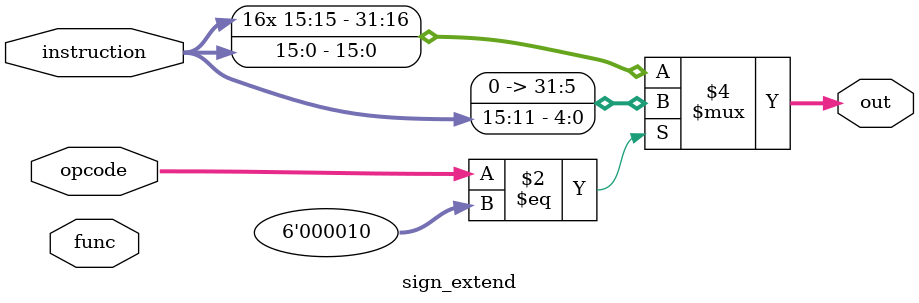
<source format=v>
`timescale 1ns / 1ps



module sign_extend (input [5:0] opcode, input [4:0] func, input [15:0] instruction, output reg [31:0] out);
    
    always @(*) begin
        if(opcode == 6'b000010) begin
            out = {{27{1'b0}},instruction[15:11]};
        end else begin
            out = {{16{instruction[15]}}, instruction};
        end
    end

endmodule
</source>
